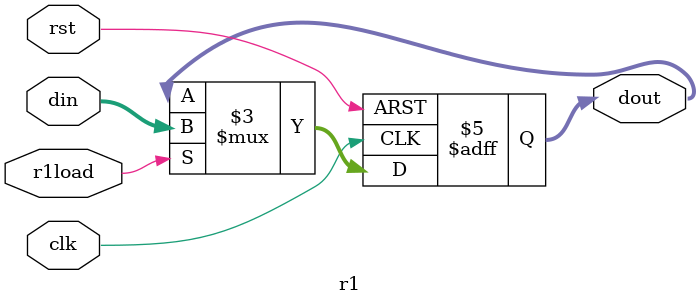
<source format=v>
/*r1通用寄存器*/
module r1(din, clk, rst,r1load, dout);
	input clk,rst,r1load;
	input [7:0] din;
	output reg[7:0] dout;
	always@(posedge clk or negedge rst)
begin
	if(rst==0)
		dout <= 8'd0;
	else if(r1load)
		dout <= din;
end
endmodule

</source>
